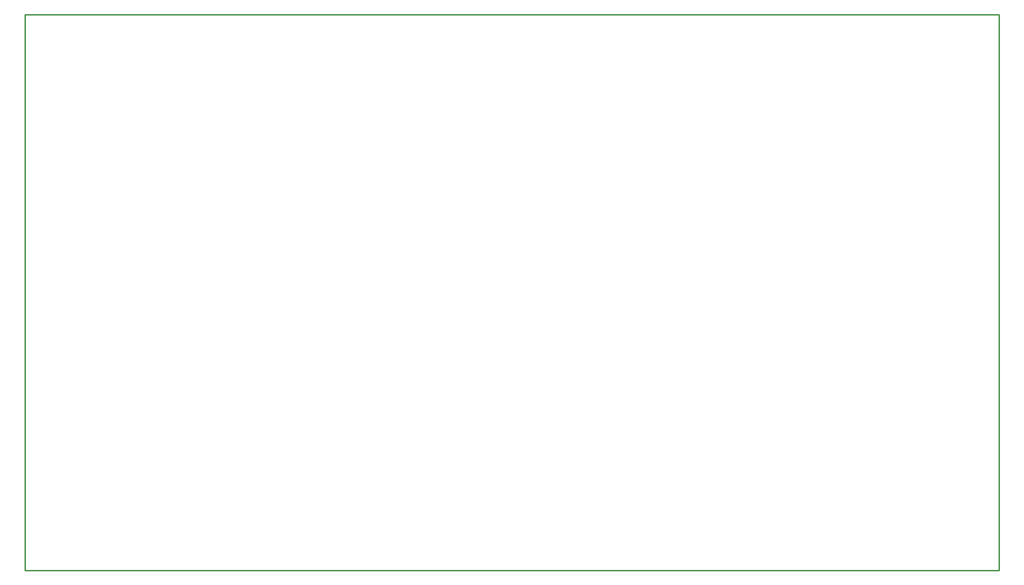
<source format=gbr>
%TF.GenerationSoftware,Altium Limited,Altium Designer,18.1.9 (240)*%
G04 Layer_Color=16711935*
%FSLAX26Y26*%
%MOIN*%
%TF.FileFunction,Keep-out,Top*%
%TF.Part,Single*%
G01*
G75*
%TA.AperFunction,NonConductor*%
%ADD49C,0.010000*%
D49*
Y3937008D02*
X6889764D01*
X0Y0D02*
Y3937008D01*
Y0D02*
X6889764D01*
Y3937008D01*
%TF.MD5,0f04138f8fe249b4c036a28cda017cf1*%
M02*

</source>
